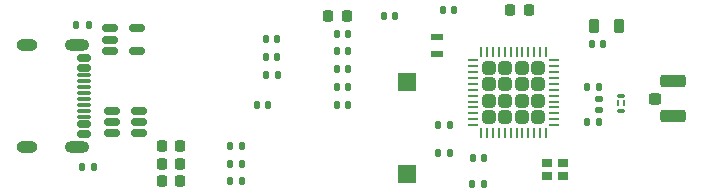
<source format=gbr>
%TF.GenerationSoftware,KiCad,Pcbnew,7.0.10*%
%TF.CreationDate,2024-02-24T19:37:40+01:00*%
%TF.ProjectId,STM32,53544d33-322e-46b6-9963-61645f706362,Rev01*%
%TF.SameCoordinates,Original*%
%TF.FileFunction,Paste,Top*%
%TF.FilePolarity,Positive*%
%FSLAX46Y46*%
G04 Gerber Fmt 4.6, Leading zero omitted, Abs format (unit mm)*
G04 Created by KiCad (PCBNEW 7.0.10) date 2024-02-24 19:37:40*
%MOMM*%
%LPD*%
G01*
G04 APERTURE LIST*
G04 Aperture macros list*
%AMRoundRect*
0 Rectangle with rounded corners*
0 $1 Rounding radius*
0 $2 $3 $4 $5 $6 $7 $8 $9 X,Y pos of 4 corners*
0 Add a 4 corners polygon primitive as box body*
4,1,4,$2,$3,$4,$5,$6,$7,$8,$9,$2,$3,0*
0 Add four circle primitives for the rounded corners*
1,1,$1+$1,$2,$3*
1,1,$1+$1,$4,$5*
1,1,$1+$1,$6,$7*
1,1,$1+$1,$8,$9*
0 Add four rect primitives between the rounded corners*
20,1,$1+$1,$2,$3,$4,$5,0*
20,1,$1+$1,$4,$5,$6,$7,0*
20,1,$1+$1,$6,$7,$8,$9,0*
20,1,$1+$1,$8,$9,$2,$3,0*%
G04 Aperture macros list end*
%ADD10R,0.900000X0.800000*%
%ADD11RoundRect,0.140000X-0.140000X-0.170000X0.140000X-0.170000X0.140000X0.170000X-0.140000X0.170000X0*%
%ADD12RoundRect,0.135000X0.135000X0.185000X-0.135000X0.185000X-0.135000X-0.185000X0.135000X-0.185000X0*%
%ADD13RoundRect,0.150000X-0.512500X-0.150000X0.512500X-0.150000X0.512500X0.150000X-0.512500X0.150000X0*%
%ADD14RoundRect,0.135000X-0.135000X-0.185000X0.135000X-0.185000X0.135000X0.185000X-0.135000X0.185000X0*%
%ADD15RoundRect,0.140000X0.140000X0.170000X-0.140000X0.170000X-0.140000X-0.170000X0.140000X-0.170000X0*%
%ADD16O,1.800000X1.000000*%
%ADD17O,2.100000X1.000000*%
%ADD18RoundRect,0.150000X-0.425000X0.150000X-0.425000X-0.150000X0.425000X-0.150000X0.425000X0.150000X0*%
%ADD19RoundRect,0.075000X-0.500000X0.075000X-0.500000X-0.075000X0.500000X-0.075000X0.500000X0.075000X0*%
%ADD20RoundRect,0.218750X0.218750X0.381250X-0.218750X0.381250X-0.218750X-0.381250X0.218750X-0.381250X0*%
%ADD21RoundRect,0.225000X-0.225000X-0.250000X0.225000X-0.250000X0.225000X0.250000X-0.225000X0.250000X0*%
%ADD22R,1.500000X1.500000*%
%ADD23RoundRect,0.147500X-0.147500X-0.172500X0.147500X-0.172500X0.147500X0.172500X-0.147500X0.172500X0*%
%ADD24RoundRect,0.225000X0.225000X0.250000X-0.225000X0.250000X-0.225000X-0.250000X0.225000X-0.250000X0*%
%ADD25R,1.100000X0.600000*%
%ADD26RoundRect,0.147500X-0.172500X0.147500X-0.172500X-0.147500X0.172500X-0.147500X0.172500X0.147500X0*%
%ADD27RoundRect,0.250000X-0.275000X-0.250000X0.275000X-0.250000X0.275000X0.250000X-0.275000X0.250000X0*%
%ADD28RoundRect,0.250000X-0.850000X-0.275000X0.850000X-0.275000X0.850000X0.275000X-0.850000X0.275000X0*%
%ADD29RoundRect,0.062500X-0.062500X-0.375000X0.062500X-0.375000X0.062500X0.375000X-0.062500X0.375000X0*%
%ADD30RoundRect,0.062500X-0.375000X-0.062500X0.375000X-0.062500X0.375000X0.062500X-0.375000X0.062500X0*%
%ADD31RoundRect,0.250000X-0.315000X-0.315000X0.315000X-0.315000X0.315000X0.315000X-0.315000X0.315000X0*%
%ADD32RoundRect,0.061250X-0.061250X0.163750X-0.061250X-0.163750X0.061250X-0.163750X0.061250X0.163750X0*%
%ADD33RoundRect,0.068750X-0.281250X0.068750X-0.281250X-0.068750X0.281250X-0.068750X0.281250X0.068750X0*%
%ADD34RoundRect,0.060000X-0.060000X0.165000X-0.060000X-0.165000X0.060000X-0.165000X0.060000X0.165000X0*%
G04 APERTURE END LIST*
D10*
%TO.C,X1*%
X165660000Y-64550000D03*
X167060000Y-64550000D03*
X167060000Y-65650000D03*
X165660000Y-65650000D03*
%TD*%
D11*
%TO.C,C17*%
X157840000Y-51600000D03*
X156880000Y-51600000D03*
%TD*%
D12*
%TO.C,R3*%
X159375000Y-66300000D03*
X160395000Y-66300000D03*
%TD*%
D13*
%TO.C,U2*%
X131167107Y-60150000D03*
X131167107Y-61100000D03*
X131167107Y-62050000D03*
X128892107Y-62050000D03*
X128892107Y-61100000D03*
X128892107Y-60150000D03*
%TD*%
D11*
%TO.C,C1*%
X148860000Y-53600000D03*
X147900000Y-53600000D03*
%TD*%
D14*
%TO.C,R2*%
X157470000Y-61300000D03*
X156450000Y-61300000D03*
%TD*%
D15*
%TO.C,C15*%
X169107500Y-58100000D03*
X170067500Y-58100000D03*
%TD*%
D14*
%TO.C,R7*%
X139880000Y-64600000D03*
X138860000Y-64600000D03*
%TD*%
D16*
%TO.C,J3*%
X121692107Y-63212893D03*
D17*
X125872107Y-63212893D03*
D16*
X121692107Y-54572893D03*
D17*
X125872107Y-54572893D03*
D18*
X126447107Y-55692893D03*
X126447107Y-56492893D03*
D19*
X126447107Y-57142893D03*
X126447107Y-58142893D03*
X126447107Y-59642893D03*
X126447107Y-60642893D03*
D18*
X126447107Y-61292893D03*
X126447107Y-62092893D03*
X126447107Y-62092893D03*
X126447107Y-61292893D03*
D19*
X126447107Y-60142893D03*
X126447107Y-59142893D03*
X126447107Y-58642893D03*
X126447107Y-57642893D03*
D18*
X126447107Y-56492893D03*
X126447107Y-55692893D03*
%TD*%
D11*
%TO.C,C2*%
X148840000Y-55100000D03*
X147880000Y-55100000D03*
%TD*%
D15*
%TO.C,C16*%
X169107500Y-61100000D03*
X170067500Y-61100000D03*
%TD*%
D20*
%TO.C,L2*%
X169674607Y-52992893D03*
X171799607Y-52992893D03*
%TD*%
D21*
%TO.C,C7*%
X148735000Y-52092893D03*
X147185000Y-52092893D03*
%TD*%
D22*
%TO.C,SW1*%
X153860000Y-57700000D03*
X153860000Y-65500000D03*
%TD*%
D11*
%TO.C,C4*%
X148880000Y-58100000D03*
X147920000Y-58100000D03*
%TD*%
D23*
%TO.C,D1*%
X160370000Y-64100000D03*
X159400000Y-64100000D03*
%TD*%
D21*
%TO.C,C9*%
X134635000Y-63100000D03*
X133085000Y-63100000D03*
%TD*%
D24*
%TO.C,C14*%
X162585000Y-51600000D03*
X164135000Y-51600000D03*
%TD*%
D14*
%TO.C,R1*%
X157470000Y-63700000D03*
X156450000Y-63700000D03*
%TD*%
D15*
%TO.C,C6*%
X141907107Y-54092893D03*
X142867107Y-54092893D03*
%TD*%
D14*
%TO.C,R4*%
X126350000Y-64900000D03*
X127370000Y-64900000D03*
%TD*%
D25*
%TO.C,X2*%
X156360000Y-53900000D03*
X156360000Y-55300000D03*
%TD*%
D11*
%TO.C,C5*%
X148860000Y-59600000D03*
X147900000Y-59600000D03*
%TD*%
D15*
%TO.C,C8*%
X141907107Y-55592893D03*
X142867107Y-55592893D03*
%TD*%
D26*
%TO.C,L3*%
X170087500Y-60085000D03*
X170087500Y-59115000D03*
%TD*%
D15*
%TO.C,C18*%
X151880000Y-52085786D03*
X152840000Y-52085786D03*
%TD*%
D27*
%TO.C,J2*%
X174810000Y-59100000D03*
D28*
X176335000Y-57625000D03*
X176335000Y-60575000D03*
%TD*%
D13*
%TO.C,U1*%
X130997500Y-53150000D03*
X130997500Y-55050000D03*
X128722500Y-55050000D03*
X128722500Y-54100000D03*
X128722500Y-53150000D03*
%TD*%
D29*
%TO.C,U3*%
X160110000Y-55162500D03*
X160610000Y-55162500D03*
X161110000Y-55162500D03*
X161610000Y-55162500D03*
X162110000Y-55162500D03*
X162610000Y-55162500D03*
X163110000Y-55162500D03*
X163610000Y-55162500D03*
X164110000Y-55162500D03*
X164610000Y-55162500D03*
X165110000Y-55162500D03*
X165610000Y-55162500D03*
D30*
X166297500Y-55850000D03*
X166297500Y-56350000D03*
X166297500Y-56850000D03*
X166297500Y-57350000D03*
X166297500Y-57850000D03*
X166297500Y-58350000D03*
X166297500Y-58850000D03*
X166297500Y-59350000D03*
X166297500Y-59850000D03*
X166297500Y-60350000D03*
X166297500Y-60850000D03*
X166297500Y-61350000D03*
D29*
X165610000Y-62037500D03*
X165110000Y-62037500D03*
X164610000Y-62037500D03*
X164110000Y-62037500D03*
X163610000Y-62037500D03*
X163110000Y-62037500D03*
X162610000Y-62037500D03*
X162110000Y-62037500D03*
X161610000Y-62037500D03*
X161110000Y-62037500D03*
X160610000Y-62037500D03*
X160110000Y-62037500D03*
D30*
X159422500Y-61350000D03*
X159422500Y-60850000D03*
X159422500Y-60350000D03*
X159422500Y-59850000D03*
X159422500Y-59350000D03*
X159422500Y-58850000D03*
X159422500Y-58350000D03*
X159422500Y-57850000D03*
X159422500Y-57350000D03*
X159422500Y-56850000D03*
X159422500Y-56350000D03*
X159422500Y-55850000D03*
D31*
X164960000Y-60700000D03*
X164960000Y-59300000D03*
X164960000Y-57900000D03*
X164960000Y-56500000D03*
X163560000Y-60700000D03*
X163560000Y-59300000D03*
X163560000Y-57900000D03*
X163560000Y-56500000D03*
X162160000Y-60700000D03*
X162160000Y-59300000D03*
X162160000Y-57900000D03*
X162160000Y-56500000D03*
X160760000Y-60700000D03*
X160760000Y-59300000D03*
X160760000Y-57900000D03*
X160760000Y-56500000D03*
%TD*%
D15*
%TO.C,C12*%
X141927107Y-57092893D03*
X142887107Y-57092893D03*
%TD*%
D11*
%TO.C,C13*%
X141147107Y-59612893D03*
X142107107Y-59612893D03*
%TD*%
D21*
%TO.C,C10*%
X134635000Y-66100000D03*
X133085000Y-66100000D03*
%TD*%
D23*
%TO.C,L1*%
X170447107Y-54442893D03*
X169477107Y-54442893D03*
%TD*%
D12*
%TO.C,R6*%
X138850000Y-63100000D03*
X139870000Y-63100000D03*
%TD*%
D15*
%TO.C,C19*%
X138890000Y-66100000D03*
X139850000Y-66100000D03*
%TD*%
D32*
%TO.C,FLT1*%
X171732500Y-59500000D03*
D33*
X171960000Y-60112500D03*
D34*
X172187500Y-59500000D03*
D33*
X171960000Y-58887500D03*
%TD*%
D21*
%TO.C,C11*%
X134635000Y-64600000D03*
X133085000Y-64600000D03*
%TD*%
D14*
%TO.C,R5*%
X125850000Y-52900000D03*
X126870000Y-52900000D03*
%TD*%
D11*
%TO.C,C3*%
X148880000Y-56600000D03*
X147920000Y-56600000D03*
%TD*%
M02*

</source>
